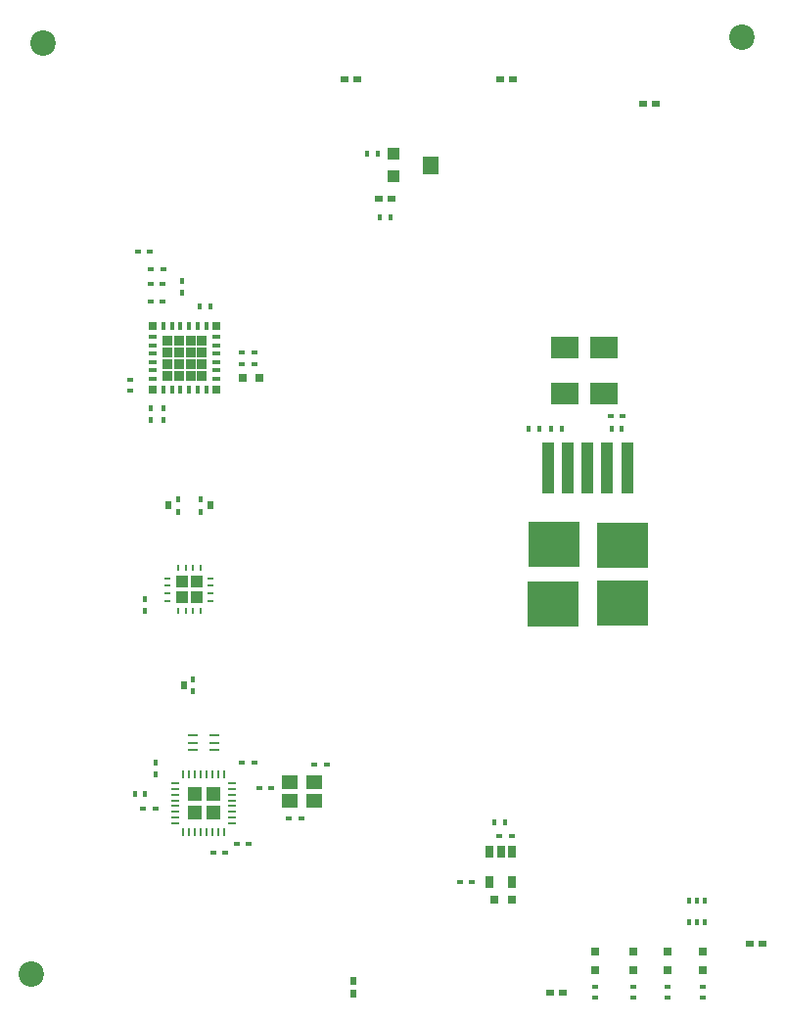
<source format=gbr>
G04 #@! TF.FileFunction,Paste,Top*
%FSLAX46Y46*%
G04 Gerber Fmt 4.6, Leading zero omitted, Abs format (unit mm)*
G04 Created by KiCad (PCBNEW 4.0.6-e0-6349~53~ubuntu16.04.1) date Tue Jun 13 23:30:30 2017*
%MOMM*%
%LPD*%
G01*
G04 APERTURE LIST*
%ADD10C,0.100000*%
%ADD11R,0.400000X0.500000*%
%ADD12C,2.200000*%
%ADD13R,1.100000X1.100000*%
%ADD14R,1.400000X1.500000*%
%ADD15R,0.500000X0.400000*%
%ADD16R,0.700000X0.700000*%
%ADD17R,0.560000X0.360000*%
%ADD18R,0.360000X0.560000*%
%ADD19R,0.940000X0.290000*%
%ADD20R,0.280000X0.530000*%
%ADD21R,0.530000X0.280000*%
%ADD22R,1.080000X1.080000*%
%ADD23R,0.840000X0.840000*%
%ADD24R,0.730000X0.780000*%
%ADD25R,0.380000X0.780000*%
%ADD26R,0.780000X0.380000*%
%ADD27R,4.500000X4.000000*%
%ADD28R,1.000000X4.500000*%
%ADD29R,1.400000X1.200000*%
%ADD30R,0.800000X0.600000*%
%ADD31R,0.320000X0.500000*%
%ADD32R,0.700000X0.650000*%
%ADD33R,2.400000X1.900000*%
%ADD34R,0.650000X1.140000*%
%ADD35R,0.600000X0.800000*%
%ADD36R,1.250000X1.250000*%
%ADD37R,0.230000X0.800000*%
%ADD38R,0.800000X0.230000*%
G04 APERTURE END LIST*
D10*
D11*
X135350000Y-112125000D03*
X135350000Y-111075000D03*
D12*
X126500000Y-63000000D03*
X125500000Y-143500000D03*
D13*
X156800000Y-72550000D03*
X156800000Y-74550000D03*
D14*
X160050000Y-73550000D03*
D11*
X139500000Y-119075000D03*
X139500000Y-118025000D03*
D15*
X148825000Y-130100000D03*
X147775000Y-130100000D03*
X151025000Y-125400000D03*
X149975000Y-125400000D03*
D11*
X136250000Y-125225000D03*
X136250000Y-126275000D03*
D15*
X135175000Y-129250000D03*
X136225000Y-129250000D03*
X142275000Y-133000000D03*
X141225000Y-133000000D03*
X144325000Y-132300000D03*
X143275000Y-132300000D03*
X144775000Y-125250000D03*
X143725000Y-125250000D03*
X146225000Y-127400000D03*
X145175000Y-127400000D03*
D11*
X138150000Y-102475000D03*
X138150000Y-103525000D03*
X140150000Y-102475000D03*
X140150000Y-103525000D03*
X138500000Y-84625000D03*
X138500000Y-83575000D03*
X136900000Y-94575000D03*
X136900000Y-95625000D03*
D15*
X143725000Y-89750000D03*
X144775000Y-89750000D03*
X143725000Y-90750000D03*
X144775000Y-90750000D03*
X136875000Y-85350000D03*
X135825000Y-85350000D03*
X135825000Y-83850000D03*
X136875000Y-83850000D03*
X135775000Y-81050000D03*
X134725000Y-81050000D03*
X175591726Y-95271568D03*
X176641726Y-95271568D03*
X167025000Y-131600000D03*
X165975000Y-131600000D03*
X163625000Y-135600000D03*
X162575000Y-135600000D03*
D16*
X183550000Y-143150000D03*
X183550000Y-141550000D03*
X180550000Y-143150000D03*
X180550000Y-141550000D03*
X177550000Y-143150000D03*
X177550000Y-141550000D03*
D15*
X135800000Y-82600000D03*
X136900000Y-82600000D03*
D17*
X183550000Y-145550000D03*
X183550000Y-144650000D03*
X180550000Y-145550000D03*
X180550000Y-144650000D03*
X177550000Y-145550000D03*
X177550000Y-144650000D03*
D18*
X135350000Y-127900000D03*
X134450000Y-127900000D03*
D17*
X134050000Y-92150000D03*
X134050000Y-93050000D03*
D18*
X140950000Y-85750000D03*
X140050000Y-85750000D03*
X154550000Y-72550000D03*
X155450000Y-72550000D03*
X155650000Y-78100000D03*
X156550000Y-78100000D03*
X165550000Y-130400000D03*
X166450000Y-130400000D03*
X175666726Y-96321568D03*
X176566726Y-96321568D03*
X171366726Y-96371568D03*
X170466726Y-96371568D03*
X169416726Y-96371568D03*
X168516726Y-96371568D03*
D19*
X139500000Y-122850000D03*
X139500000Y-123500000D03*
X139500000Y-124150000D03*
X141300000Y-122850000D03*
X141300000Y-123500000D03*
X141300000Y-124150000D03*
D20*
X138175000Y-112125000D03*
X138825000Y-112125000D03*
X139475000Y-112125000D03*
X140125000Y-112125000D03*
D21*
X141025000Y-111225000D03*
X141025000Y-110575000D03*
X141025000Y-109925000D03*
X141025000Y-109275000D03*
D20*
X140125000Y-108375000D03*
X139475000Y-108375000D03*
X138825000Y-108375000D03*
X138175000Y-108375000D03*
D21*
X137275000Y-109275000D03*
X137275000Y-109925000D03*
X137275000Y-110575000D03*
X137275000Y-111225000D03*
D22*
X138500000Y-110900000D03*
X138500000Y-109600000D03*
X139800000Y-110900000D03*
X139800000Y-109600000D03*
D23*
X139250400Y-88749400D03*
X139250400Y-91750600D03*
X140251200Y-88749400D03*
X137248800Y-88749400D03*
X138249600Y-88749400D03*
X138249600Y-91750600D03*
X138249600Y-89749500D03*
X139250400Y-90750500D03*
X138249600Y-90750500D03*
D24*
X136019500Y-87470500D03*
X141519500Y-87470500D03*
X141519500Y-92970500D03*
X136019500Y-92970500D03*
D25*
X140644500Y-87470500D03*
X136894500Y-92970500D03*
D26*
X141519500Y-92033500D03*
X136019500Y-88408500D03*
X136019500Y-89133500D03*
X136019500Y-89858500D03*
X136019500Y-90583500D03*
X136019500Y-91308500D03*
X136019500Y-92033500D03*
X141519500Y-91308500D03*
X141519500Y-90583500D03*
X141519500Y-89858500D03*
X141519500Y-89133500D03*
X141519500Y-88408500D03*
D25*
X137644500Y-92970500D03*
X138394500Y-92970500D03*
X139144500Y-92970500D03*
X139894500Y-92970500D03*
X140644500Y-92970500D03*
X139894500Y-87470500D03*
X139144500Y-87470500D03*
X138394500Y-87470500D03*
X137644500Y-87470500D03*
X136894500Y-87470500D03*
D23*
X139250400Y-89749500D03*
X137248800Y-89749500D03*
X137248800Y-90749600D03*
X137248800Y-91749700D03*
X140251200Y-89749500D03*
X140251200Y-90749600D03*
X140251200Y-91749700D03*
D27*
X170629726Y-111497568D03*
X170689726Y-106347568D03*
X176599726Y-111457568D03*
D28*
X170209726Y-99767568D03*
X171909726Y-99767568D03*
X175309726Y-99767568D03*
X173609726Y-99767568D03*
X177009726Y-99767568D03*
D27*
X176609726Y-106397568D03*
D29*
X150000000Y-128550000D03*
X147800000Y-128550000D03*
X150000000Y-126950000D03*
X147800000Y-126950000D03*
D30*
X167150000Y-66100000D03*
X166050000Y-66100000D03*
X152550000Y-66100000D03*
X153650000Y-66100000D03*
X155550000Y-76500000D03*
X156650000Y-76500000D03*
D31*
X182400000Y-139050000D03*
X183050000Y-139050000D03*
X183700000Y-139050000D03*
X182400000Y-137150000D03*
X183050000Y-137150000D03*
X183700000Y-137150000D03*
D32*
X143750000Y-92000000D03*
X145250000Y-92000000D03*
D33*
X175016726Y-93321568D03*
X175016726Y-89321568D03*
D32*
X167050000Y-137100000D03*
X165550000Y-137100000D03*
D33*
X171616726Y-93321568D03*
X171616726Y-89321568D03*
D16*
X174300000Y-143150000D03*
X174300000Y-141550000D03*
D17*
X174300000Y-145550000D03*
X174300000Y-144650000D03*
D34*
X167050000Y-135600000D03*
X165150000Y-135600000D03*
X167050000Y-132900000D03*
X165150000Y-132900000D03*
X166100000Y-132900000D03*
D12*
X187000000Y-62500000D03*
D30*
X187650000Y-140900000D03*
X188750000Y-140900000D03*
X178400000Y-68250000D03*
X179500000Y-68250000D03*
X170350000Y-145100000D03*
X171450000Y-145100000D03*
D11*
X135800000Y-94575000D03*
X135800000Y-95625000D03*
D35*
X137350000Y-103000000D03*
X140950000Y-103000000D03*
X138700000Y-118550000D03*
X153375000Y-145175000D03*
X153375000Y-144075000D03*
D36*
X141200000Y-129550000D03*
X141200000Y-127950000D03*
X139600000Y-129550000D03*
D37*
X142150000Y-126275000D03*
D38*
X142875000Y-130500000D03*
X142875000Y-130000000D03*
X142875000Y-129500000D03*
X142875000Y-129000000D03*
X142875000Y-128500000D03*
X142875000Y-128000000D03*
X142875000Y-127500000D03*
X142875000Y-127000000D03*
X137925000Y-130500000D03*
X137925000Y-130000000D03*
X137925000Y-129500000D03*
X137925000Y-129000000D03*
X137925000Y-128500000D03*
X137925000Y-128000000D03*
X137925000Y-127500000D03*
X137925000Y-127000000D03*
D37*
X141650000Y-126275000D03*
X141150000Y-126275000D03*
X140650000Y-126275000D03*
X140150000Y-126275000D03*
X139650000Y-126275000D03*
X139150000Y-126275000D03*
X138650000Y-126275000D03*
X142150000Y-131225000D03*
X141650000Y-131225000D03*
X141150000Y-131225000D03*
X140650000Y-131225000D03*
X140150000Y-131225000D03*
X139650000Y-131225000D03*
X139150000Y-131225000D03*
X138650000Y-131225000D03*
D36*
X139600000Y-127950000D03*
M02*

</source>
